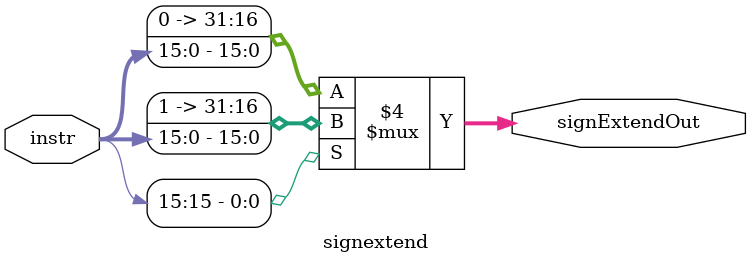
<source format=v>
module signextend(
        input [15:0] instr, 
        output reg [31:0] signExtendOut);
         	
        always@ (instr)
        begin if 
	(instr[15] == 0) 
    	signExtendOut = {16'b0000000000000000, instr};
	else 
    	signExtendOut = {16'b1111111111111111, instr};
	end
        
endmodule

</source>
